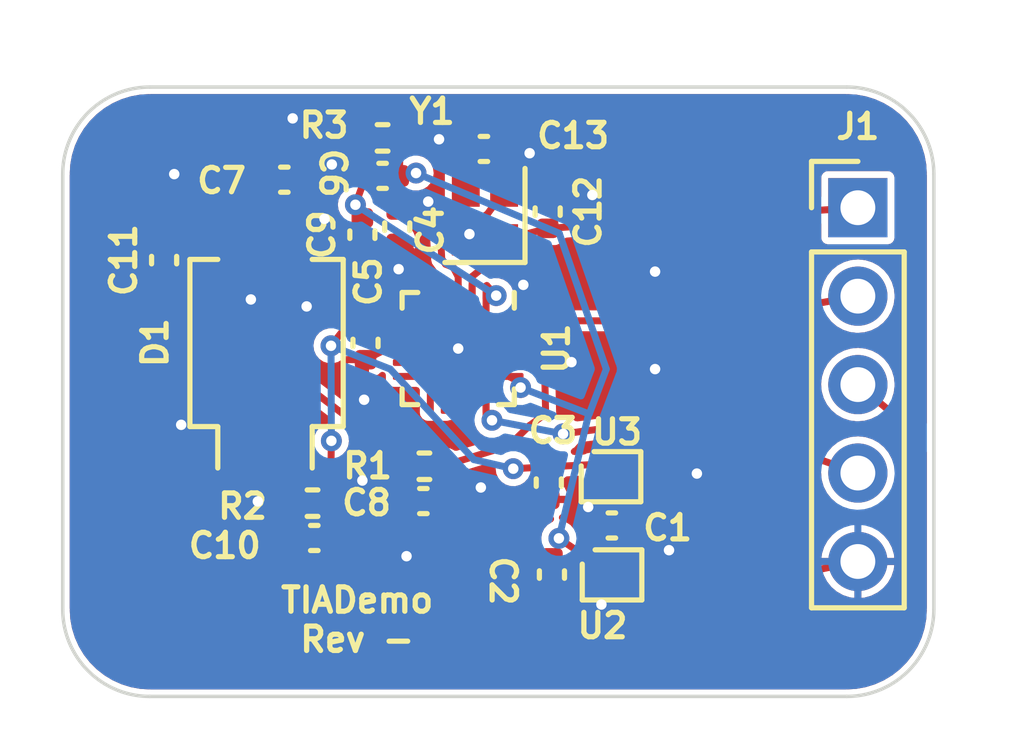
<source format=kicad_pcb>
(kicad_pcb (version 20211014) (generator pcbnew)
  (layers (0 "F.Cu" signal) (31 "B.Cu" signal) (34 "B.Paste" user) (35 "F.Paste" user) (36 "B.SilkS" user "B.Silkscreen") (37 "F.SilkS" user "F.Silkscreen") (38 "B.Mask" user) (39 "F.Mask" user) (44 "Edge.Cuts" user))
  (net 0 "")
  (net 1 "VMID")
  (net 2 "GND")
  (net 3 "+2V8")
  (net 4 "+3V3")
  (net 5 "OPO")
  (net 6 "OPN")
  (net 7 "UTX")
  (net 8 "OSCI")
  (net 9 "SWIO")
  (net 10 "OPP")
  (net 19 "VBA")
  (net 21 "OSCO")
  (footprint "Connector_PinHeader_2.54mm:PinHeader_1x05_P2.54mm_Vertical" (layer "F.Cu") (at 132.82 65.965)
    (fp_text reference "J1" (at 0 -2.33 unlocked) (layer "F.SilkS") (effects (font (size 0.7 0.7))))
    (fp_text value "PGM")
    (fp_line (start -1.33 1.27) (end -1.33 11.49) (layer "F.SilkS") (width 0.15))
    (fp_line (start 1.33 1.27) (end 1.33 11.49) (layer "F.SilkS") (width 0.15))
    (fp_line (start -1.33 11.49) (end 1.33 11.49) (layer "F.SilkS") (width 0.15))
    (fp_line (start -1.33 -1.33) (end 0 -1.33) (layer "F.SilkS") (width 0.15))
    (fp_line (start -1.33 1.27) (end 1.33 1.27) (layer "F.SilkS") (width 0.15))
    (fp_line (start -1.33 0) (end -1.33 -1.33) (layer "F.SilkS") (width 0.15))
    (pad "1" thru_hole rect (at 0 0) (size 1.7 1.7) (drill 1) (layers *.Cu *.Mask) (net 8 "OSCI"))
    (pad "2" thru_hole oval (at 0 2.54) (size 1.7 1.7) (drill 1) (layers *.Cu *.Mask) (net 7 "UTX"))
    (pad "3" thru_hole oval (at 0 5.08) (size 1.7 1.7) (drill 1) (layers *.Cu *.Mask) (net 1 "VMID"))
    (pad "4" thru_hole oval (at 0 7.62) (size 1.7 1.7) (drill 1) (layers *.Cu *.Mask) (net 9 "SWIO"))
    (pad "5" thru_hole oval (at 0 10.16) (size 1.7 1.7) (drill 1) (layers *.Cu *.Mask) (net 2 "GND"))
  )
  (footprint "Capacitor_SMD:C_0402_1005Metric" (layer "F.Cu") (at 120.35 74.39 180)
    (fp_text reference "C8" (at 1.63 -0.05 unlocked) (layer "F.SilkS") (effects (font (size 0.7 0.7))))
    (fp_text value "10p")
    (fp_line (start -0.107836 -0.36) (end 0.107836 -0.36) (layer "F.SilkS") (width 0.15))
    (fp_line (start -0.107836 0.36) (end 0.107836 0.36) (layer "F.SilkS") (width 0.15))
    (pad "1" smd roundrect (at -0.48 0 180) (size 0.56 0.62) (layers "F.Cu" "F.Paste" "F.Mask") (net 5 "OPO"))
    (pad "2" smd roundrect (at 0.48 0 180) (size 0.56 0.62) (layers "F.Cu" "F.Paste" "F.Mask") (net 6 "OPN"))
  )
  (footprint "Capacitor_SMD:C_0402_1005Metric" (layer "F.Cu") (at 117.22 75.45)
    (fp_text reference "C10" (at -2.57 0.22 unlocked) (layer "F.SilkS") (effects (font (size 0.7 0.7))))
    (fp_text value "NP")
    (fp_line (start -0.107836 0.36) (end 0.107836 0.36) (layer "F.SilkS") (width 0.15))
    (fp_line (start -0.107836 -0.36) (end 0.107836 -0.36) (layer "F.SilkS") (width 0.15))
    (pad "1" smd roundrect (at -0.48 0) (size 0.56 0.62) (layers "F.Cu" "F.Paste" "F.Mask") (net 19 "VBA"))
    (pad "2" smd roundrect (at 0.48 0) (size 0.56 0.62) (layers "F.Cu" "F.Paste" "F.Mask") (net 2 "GND"))
  )
  (footprint "Capacitor_SMD:C_0402_1005Metric" (layer "F.Cu") (at 112.91 67.47 90)
    (fp_text reference "C11" (at 0 -1.16 90 unlocked) (layer "F.SilkS") (effects (font (size 0.7 0.7))))
    (fp_text value "330p")
    (fp_line (start -0.107836 -0.36) (end 0.107836 -0.36) (layer "F.SilkS") (width 0.15))
    (fp_line (start -0.107836 0.36) (end 0.107836 0.36) (layer "F.SilkS") (width 0.15))
    (pad "1" smd roundrect (at -0.48 0 90) (size 0.56 0.62) (layers "F.Cu" "F.Paste" "F.Mask") (net 19 "VBA"))
    (pad "2" smd roundrect (at 0.48 0 90) (size 0.56 0.62) (layers "F.Cu" "F.Paste" "F.Mask") (net 10 "OPP"))
  )
  (footprint "Capacitor_SMD:C_0402_1005Metric" (layer "F.Cu") (at 125.76 75.09 180)
    (fp_text reference "C1" (at -1.6 -0.07 unlocked) (layer "F.SilkS") (effects (font (size 0.7 0.7))))
    (fp_text value "4.7uF")
    (fp_line (start -0.107836 0.36) (end 0.107836 0.36) (layer "F.SilkS") (width 0.15))
    (fp_line (start -0.107836 -0.36) (end 0.107836 -0.36) (layer "F.SilkS") (width 0.15))
    (pad "1" smd roundrect (at -0.48 0 180) (size 0.56 0.62) (layers "F.Cu" "F.Paste" "F.Mask") (net 1 "VMID"))
    (pad "2" smd roundrect (at 0.48 0 180) (size 0.56 0.62) (layers "F.Cu" "F.Paste" "F.Mask") (net 2 "GND"))
  )
  (footprint "Crystal:Crystal_SMD_2016-4Pin_2.0x1.6mm" (layer "F.Cu") (at 122.117742 66.187742 90)
    (fp_text reference "Y1" (at 2.987742 -1.517742 unlocked) (layer "F.SilkS") (effects (font (size 0.7 0.7))))
    (fp_text value "24MHz")
    (fp_line (start -1.35 1.15) (end 1.35 1.15) (layer "F.SilkS") (width 0.15))
    (fp_line (start -1.35 -1.15) (end -1.35 1.15) (layer "F.SilkS") (width 0.15))
    (pad "1" smd rect (at -0.7 0.55 90) (size 0.9 0.8) (layers "F.Cu" "F.Paste" "F.Mask") (net 8 "OSCI"))
    (pad "2" smd rect (at 0.7 0.55 90) (size 0.9 0.8) (layers "F.Cu" "F.Paste" "F.Mask") (net 2 "GND"))
    (pad "3" smd rect (at 0.7 -0.55 90) (size 0.9 0.8) (layers "F.Cu" "F.Paste" "F.Mask") (net 21 "OSCO"))
    (pad "4" smd rect (at -0.7 -0.55 90) (size 0.9 0.8) (layers "F.Cu" "F.Paste" "F.Mask") (net 2 "GND"))
  )
  (footprint "Package_DFN_QFN:QFN-20-1EP_3x3mm_P0.4mm_EP1.65x1.65mm" (layer "F.Cu") (at 121.35 70.01 -90)
    (fp_text reference "U1" (at 0 -2.82 90 unlocked) (layer "F.SilkS") (effects (font (size 0.7 0.7))))
    (fp_text value "CH32V003F4U6")
    (fp_line (start -1.16 1.61) (end -1.61 1.61) (layer "F.SilkS") (width 0.15))
    (fp_line (start 1.16 1.61) (end 1.61 1.61) (layer "F.SilkS") (width 0.15))
    (fp_line (start -1.16 -1.61) (end -1.61 -1.61) (layer "F.SilkS") (width 0.15))
    (fp_line (start -1.61 1.61) (end -1.61 1.16) (layer "F.SilkS") (width 0.15))
    (fp_line (start 1.61 -1.61) (end 1.61 -1.16) (layer "F.SilkS") (width 0.15))
    (fp_line (start 1.61 1.61) (end 1.61 1.16) (layer "F.SilkS") (width 0.15))
    (fp_line (start 1.16 -1.61) (end 1.61 -1.61) (layer "F.SilkS") (width 0.15))
    (pad "1" smd roundrect (at -1.45 -0.8 270) (size 0.85 0.2) (layers "F.Cu" "F.Paste" "F.Mask") (net 10 "OPP"))
    (pad "2" smd roundrect (at -1.45 -0.4 270) (size 0.85 0.2) (layers "F.Cu" "F.Paste" "F.Mask") (net 8 "OSCI"))
    (pad "3" smd roundrect (at -1.45 0 270) (size 0.85 0.2) (layers "F.Cu" "F.Paste" "F.Mask") (net 21 "OSCO"))
    (pad "4" smd roundrect (at -1.45 0.4 270) (size 0.85 0.2) (layers "F.Cu" "F.Paste" "F.Mask") (net 2 "GND"))
    (pad "5" smd roundrect (at -1.45 0.8 270) (size 0.85 0.2) (layers "F.Cu" "F.Paste" "F.Mask") (net 6 "OPN"))
    (pad "6" smd roundrect (at -0.8 1.45 270) (size 0.2 0.85) (layers "F.Cu" "F.Paste" "F.Mask") (net 4 "+3V3"))
    (pad "7" smd roundrect (at -0.4 1.45 270) (size 0.2 0.85) (layers "F.Cu" "F.Paste" "F.Mask"))
    (pad "8" smd roundrect (at 0 1.45 270) (size 0.2 0.85) (layers "F.Cu" "F.Paste" "F.Mask") (net 2 "GND"))
    (pad "9" smd roundrect (at 0.4 1.45 270) (size 0.2 0.85) (layers "F.Cu" "F.Paste" "F.Mask"))
    (pad "10" smd roundrect (at 0.8 1.45 270) (size 0.2 0.85) (layers "F.Cu" "F.Paste" "F.Mask"))
    (pad "11" smd roundrect (at 1.45 0.8 270) (size 0.85 0.2) (layers "F.Cu" "F.Paste" "F.Mask"))
    (pad "12" smd roundrect (at 1.45 0.4 270) (size 0.85 0.2) (layers "F.Cu" "F.Paste" "F.Mask"))
    (pad "13" smd roundrect (at 1.45 0 270) (size 0.85 0.2) (layers "F.Cu" "F.Paste" "F.Mask"))
    (pad "14" smd roundrect (at 1.45 -0.4 270) (size 0.85 0.2) (layers "F.Cu" "F.Paste" "F.Mask"))
    (pad "15" smd roundrect (at 1.45 -0.8 270) (size 0.85 0.2) (layers "F.Cu" "F.Paste" "F.Mask") (net 9 "SWIO"))
    (pad "16" smd roundrect (at 0.8 -1.45 270) (size 0.2 0.85) (layers "F.Cu" "F.Paste" "F.Mask") (net 3 "+2V8"))
    (pad "17" smd roundrect (at 0.4 -1.45 270) (size 0.2 0.85) (layers "F.Cu" "F.Paste" "F.Mask"))
    (pad "18" smd roundrect (at 0 -1.45 270) (size 0.2 0.85) (layers "F.Cu" "F.Paste" "F.Mask") (net 5 "OPO"))
    (pad "19" smd roundrect (at -0.4 -1.45 270) (size 0.2 0.85) (layers "F.Cu" "F.Paste" "F.Mask"))
    (pad "20" smd roundrect (at -0.8 -1.45 270) (size 0.2 0.85) (layers "F.Cu" "F.Paste" "F.Mask") (net 7 "UTX"))
    (pad "21" smd rect (at 0 0 270) (size 1.65 1.65) (layers "F.Cu" "F.Mask") (net 2 "GND"))
  )
  (footprint "Capacitor_SMD:C_0402_1005Metric" (layer "F.Cu") (at 123.95 73.86 -90)
    (fp_text reference "C3" (at -1.49 -0.12 unlocked) (layer "F.SilkS") (effects (font (size 0.7 0.7))))
    (fp_text value "4.7uF")
    (fp_line (start -0.107836 0.36) (end 0.107836 0.36) (layer "F.SilkS") (width 0.15))
    (fp_line (start -0.107836 -0.36) (end 0.107836 -0.36) (layer "F.SilkS") (width 0.15))
    (pad "1" smd roundrect (at -0.48 0 270) (size 0.56 0.62) (layers "F.Cu" "F.Paste" "F.Mask") (net 4 "+3V3"))
    (pad "2" smd roundrect (at 0.48 0 270) (size 0.56 0.62) (layers "F.Cu" "F.Paste" "F.Mask") (net 2 "GND"))
  )
  (footprint "cnhardware:xdfn-reg" (layer "F.Cu") (at 125.73 73.69 -90)
    (fp_text reference "U3" (at -1.28 -0.18 unlocked) (layer "F.SilkS") (effects (font (size 0.7 0.7))))
    (fp_text value "3.3")
    (fp_line (start 0.72 -0.86) (end -0.72 -0.86) (layer "F.SilkS") (width 0.15))
    (fp_line (start 0.72 0.85) (end 0.72 -0.86) (layer "F.SilkS") (width 0.15))
    (fp_line (start 0.72 0.85) (end -0.31 0.85) (layer "F.SilkS") (width 0.15))
    (fp_line (start -0.72 -0.86) (end -0.72 0.48) (layer "F.SilkS") (width 0.15))
    (pad "1" smd custom (at -0.35 0.5 270) (size 0.26 0.23) (layers "F.Cu" "F.Paste" "F.Mask") (net 4 "+3V3") (options (clearance outline) (anchor rect)) (primitives (gr_poly (pts (xy 0.13 -0.115) (xy -0.13 -0.115) (xy -0.13 -0.275) (xy -0.03 -0.275)) (width 0) (fill yes))))
    (pad "2" smd custom (at 0.35 0.5 270) (size 0.26 0.23) (layers "F.Cu" "F.Paste" "F.Mask") (net 2 "GND") (options (clearance outline) (anchor rect)) (primitives (gr_poly (pts (xy 0.13 -0.115) (xy -0.13 -0.115) (xy 0.03 -0.275) (xy 0.13 -0.275)) (width 0) (fill yes))))
    (pad "3" smd custom (at 0.35 -0.5 90) (size 0.26 0.23) (layers "F.Cu" "F.Paste" "F.Mask") (net 1 "VMID") (options (clearance outline) (anchor rect)) (primitives (gr_poly (pts (xy 0.13 -0.115) (xy -0.13 -0.115) (xy -0.13 -0.275) (xy -0.03 -0.275)) (width 0) (fill yes))))
    (pad "4" smd custom (at -0.35 -0.5 90) (size 0.26 0.23) (layers "F.Cu" "F.Paste" "F.Mask") (net 1 "VMID") (options (clearance outline) (anchor rect)) (primitives (gr_poly (pts (xy 0.13 -0.115) (xy -0.13 -0.115) (xy 0.03 -0.275) (xy 0.13 -0.275)) (width 0) (fill yes))))
    (pad "5" smd rect (at 0 0 135) (size 0.48 0.48) (layers "F.Cu" "F.Paste" "F.Mask") (net 2 "GND"))
  )
  (footprint "Capacitor_SMD:C_0402_1005Metric" (layer "F.Cu") (at 116.36 65.16 180)
    (fp_text reference "C7" (at 1.8 -0.03 unlocked) (layer "F.SilkS") (effects (font (size 0.7 0.7))))
    (fp_text value "NP")
    (fp_line (start -0.107836 -0.36) (end 0.107836 -0.36) (layer "F.SilkS") (width 0.15))
    (fp_line (start -0.107836 0.36) (end 0.107836 0.36) (layer "F.SilkS") (width 0.15))
    (pad "1" smd roundrect (at -0.48 0 180) (size 0.56 0.62) (layers "F.Cu" "F.Paste" "F.Mask") (net 6 "OPN"))
    (pad "2" smd roundrect (at 0.48 0 180) (size 0.56 0.62) (layers "F.Cu" "F.Paste" "F.Mask") (net 10 "OPP"))
  )
  (footprint "cnhardware:xdfn-reg" (layer "F.Cu") (at 125.76 76.51 -90)
    (fp_text reference "U2" (at 1.46 0.27 unlocked) (layer "F.SilkS") (effects (font (size 0.7 0.7))))
    (fp_text value "2.8")
    (fp_line (start -0.72 -0.86) (end -0.72 0.48) (layer "F.SilkS") (width 0.15))
    (fp_line (start 0.72 -0.86) (end -0.72 -0.86) (layer "F.SilkS") (width 0.15))
    (fp_line (start 0.72 0.85) (end 0.72 -0.86) (layer "F.SilkS") (width 0.15))
    (fp_line (start 0.72 0.85) (end -0.31 0.85) (layer "F.SilkS") (width 0.15))
    (pad "1" smd custom (at -0.35 0.5 270) (size 0.26 0.23) (layers "F.Cu" "F.Paste" "F.Mask") (net 3 "+2V8") (options (clearance outline) (anchor rect)) (primitives (gr_poly (pts (xy 0.13 -0.115) (xy -0.13 -0.115) (xy -0.13 -0.275) (xy -0.03 -0.275)) (width 0) (fill yes))))
    (pad "2" smd custom (at 0.35 0.5 270) (size 0.26 0.23) (layers "F.Cu" "F.Paste" "F.Mask") (net 2 "GND") (options (clearance outline) (anchor rect)) (primitives (gr_poly (pts (xy 0.13 -0.115) (xy -0.13 -0.115) (xy 0.03 -0.275) (xy 0.13 -0.275)) (width 0) (fill yes))))
    (pad "3" smd custom (at 0.35 -0.5 90) (size 0.26 0.23) (layers "F.Cu" "F.Paste" "F.Mask") (net 1 "VMID") (options (clearance outline) (anchor rect)) (primitives (gr_poly (pts (xy 0.13 -0.115) (xy -0.13 -0.115) (xy -0.13 -0.275) (xy -0.03 -0.275)) (width 0) (fill yes))))
    (pad "4" smd custom (at -0.35 -0.5 90) (size 0.26 0.23) (layers "F.Cu" "F.Paste" "F.Mask") (net 1 "VMID") (options (clearance outline) (anchor rect)) (primitives (gr_poly (pts (xy 0.13 -0.115) (xy -0.13 -0.115) (xy 0.03 -0.275) (xy 0.13 -0.275)) (width 0) (fill yes))))
    (pad "5" smd rect (at 0 0 135) (size 0.48 0.48) (layers "F.Cu" "F.Paste" "F.Mask") (net 2 "GND"))
  )
  (footprint "Capacitor_SMD:C_0402_1005Metric" (layer "F.Cu") (at 124.04 76.5 -90)
    (fp_text reference "C2" (at 0.18 1.4 -90 unlocked) (layer "F.SilkS") (effects (font (size 0.7 0.7))))
    (fp_text value "4.7uF")
    (fp_line (start -0.107836 0.36) (end 0.107836 0.36) (layer "F.SilkS") (width 0.15))
    (fp_line (start -0.107836 -0.36) (end 0.107836 -0.36) (layer "F.SilkS") (width 0.15))
    (pad "1" smd roundrect (at -0.48 0 270) (size 0.56 0.62) (layers "F.Cu" "F.Paste" "F.Mask") (net 3 "+2V8"))
    (pad "2" smd roundrect (at 0.48 0 270) (size 0.56 0.62) (layers "F.Cu" "F.Paste" "F.Mask") (net 2 "GND"))
  )
  (footprint "OptoDevice:Osram_BPW34S-SMD" (layer "F.Cu") (at 115.85 69.85 90)
    (fp_text reference "D1" (at 0.01 -3.2 90 unlocked) (layer "F.SilkS") (effects (font (size 0.7 0.7))))
    (fp_text value "BPW34")
    (fp_line (start 2.4 2.2) (end 2.4 1.31) (layer "F.SilkS") (width 0.15))
    (fp_line (start -2.4 2.2) (end 2.4 2.2) (layer "F.SilkS") (width 0.15))
    (fp_line (start 2.4 -2.2) (end -2.4 -2.2) (layer "F.SilkS") (width 0.15))
    (fp_line (start -2.41 -1.4) (end -3.59 -1.4) (layer "F.SilkS") (width 0.15))
    (fp_line (start -2.4 -2.2) (end -2.4 -1.4) (layer "F.SilkS") (width 0.15))
    (fp_line (start -3.59 1.31) (end -2.4 1.31) (layer "F.SilkS") (width 0.15))
    (fp_line (start -2.4 1.31) (end -2.4 2.2) (layer "F.SilkS") (width 0.15))
    (fp_line (start 2.4 -1.4) (end 2.4 -2.2) (layer "F.SilkS") (width 0.15))
    (pad "1" smd roundrect (at -3.05 0 270) (size 1.4 2) (layers "F.Cu" "F.Mask") (roundrect_rratio 0.125) (net 19 "VBA"))
    (pad "2" smd roundrect (at 3.05 0 270) (size 1.4 1.2) (layers "F.Cu" "F.Mask") (roundrect_rratio 0.125) (net 6 "OPN"))
  )
  (footprint "Resistor_SMD:R_0402_1005Metric" (layer "F.Cu") (at 120.38 73.39 180)
    (fp_text reference "R1" (at 1.63 0.01 unlocked) (layer "F.SilkS") (effects (font (size 0.7 0.7))))
    (fp_text value "1M")
    (fp_line (start -0.153641 0.38) (end 0.153641 0.38) (layer "F.SilkS") (width 0.15))
    (fp_line (start -0.153641 -0.38) (end 0.153641 -0.38) (layer "F.SilkS") (width 0.15))
    (pad "1" smd roundrect (at -0.51 0 180) (size 0.54 0.64) (layers "F.Cu" "F.Paste" "F.Mask") (net 5 "OPO"))
    (pad "2" smd roundrect (at 0.51 0 180) (size 0.54 0.64) (layers "F.Cu" "F.Paste" "F.Mask") (net 6 "OPN"))
  )
  (footprint "Capacitor_SMD:C_0402_1005Metric" (layer "F.Cu") (at 119.6 66.51 90)
    (fp_text reference "C4" (at -0.1 0.95 90 unlocked) (layer "F.SilkS") (effects (font (size 0.7 0.7))))
    (fp_text value "330pF")
    (fp_line (start -0.107836 0.36) (end 0.107836 0.36) (layer "F.SilkS") (width 0.15))
    (fp_line (start -0.107836 -0.36) (end 0.107836 -0.36) (layer "F.SilkS") (width 0.15))
    (pad "1" smd roundrect (at -0.48 0 90) (size 0.56 0.62) (layers "F.Cu" "F.Paste" "F.Mask") (net 2 "GND"))
    (pad "2" smd roundrect (at 0.48 0 90) (size 0.56 0.62) (layers "F.Cu" "F.Paste" "F.Mask") (net 3 "+2V8"))
  )
  (footprint "Capacitor_SMD:C_0402_1005Metric" (layer "F.Cu") (at 122.087742 64.277742 180)
    (fp_text reference "C13" (at -2.56 0.38 unlocked) (layer "F.SilkS") (effects (font (size 0.7 0.7))))
    (fp_text value "10p")
    (fp_line (start -0.107836 0.36) (end 0.107836 0.36) (layer "F.SilkS") (width 0.15))
    (fp_line (start -0.107836 -0.36) (end 0.107836 -0.36) (layer "F.SilkS") (width 0.15))
    (pad "1" smd roundrect (at -0.48 0 180) (size 0.56 0.62) (layers "F.Cu" "F.Paste" "F.Mask") (net 2 "GND"))
    (pad "2" smd roundrect (at 0.48 0 180) (size 0.56 0.62) (layers "F.Cu" "F.Paste" "F.Mask") (net 21 "OSCO"))
  )
  (footprint "Capacitor_SMD:C_0402_1005Metric" (layer "F.Cu") (at 118.6 66.74 90)
    (fp_text reference "C9" (at 0 -1.16 90 unlocked) (layer "F.SilkS") (effects (font (size 0.7 0.7))))
    (fp_text value "330p")
    (fp_line (start -0.107836 -0.36) (end 0.107836 -0.36) (layer "F.SilkS") (width 0.15))
    (fp_line (start -0.107836 0.36) (end 0.107836 0.36) (layer "F.SilkS") (width 0.15))
    (pad "1" smd roundrect (at -0.48 0 90) (size 0.56 0.62) (layers "F.Cu" "F.Paste" "F.Mask") (net 2 "GND"))
    (pad "2" smd roundrect (at 0.48 0 90) (size 0.56 0.62) (layers "F.Cu" "F.Paste" "F.Mask") (net 10 "OPP"))
  )
  (footprint "Resistor_SMD:R_0402_1005Metric" (layer "F.Cu") (at 117.17 74.45)
    (fp_text reference "R2" (at -2.01 0.09 unlocked) (layer "F.SilkS") (effects (font (size 0.7 0.7))))
    (fp_text value "22")
    (fp_line (start -0.153641 0.38) (end 0.153641 0.38) (layer "F.SilkS") (width 0.15))
    (fp_line (start -0.153641 -0.38) (end 0.153641 -0.38) (layer "F.SilkS") (width 0.15))
    (pad "1" smd roundrect (at -0.51 0) (size 0.54 0.64) (layers "F.Cu" "F.Paste" "F.Mask") (net 19 "VBA"))
    (pad "2" smd roundrect (at 0.51 0) (size 0.54 0.64) (layers "F.Cu" "F.Paste" "F.Mask") (net 4 "+3V3"))
  )
  (footprint "Capacitor_SMD:C_0402_1005Metric" (layer "F.Cu") (at 118.69 69.85 90)
    (fp_text reference "C5" (at 1.76 0.08 90 unlocked) (layer "F.SilkS") (effects (font (size 0.7 0.7))))
    (fp_text value "330pF")
    (fp_line (start -0.107836 -0.36) (end 0.107836 -0.36) (layer "F.SilkS") (width 0.15))
    (fp_line (start -0.107836 0.36) (end 0.107836 0.36) (layer "F.SilkS") (width 0.15))
    (pad "1" smd roundrect (at -0.48 0 90) (size 0.56 0.62) (layers "F.Cu" "F.Paste" "F.Mask") (net 2 "GND"))
    (pad "2" smd roundrect (at 0.48 0 90) (size 0.56 0.62) (layers "F.Cu" "F.Paste" "F.Mask") (net 4 "+3V3"))
  )
  (footprint "Capacitor_SMD:C_0402_1005Metric" (layer "F.Cu") (at 119.18 65.05 180)
    (fp_text reference "C6" (at 1.43 0.08 270 unlocked) (layer "F.SilkS") (effects (font (size 0.7 0.7))))
    (fp_text value "NP")
    (fp_line (start -0.107836 0.36) (end 0.107836 0.36) (layer "F.SilkS") (width 0.15))
    (fp_line (start -0.107836 -0.36) (end 0.107836 -0.36) (layer "F.SilkS") (width 0.15))
    (pad "1" smd roundrect (at -0.48 0 180) (size 0.56 0.62) (layers "F.Cu" "F.Paste" "F.Mask") (net 3 "+2V8"))
    (pad "2" smd roundrect (at 0.48 0 180) (size 0.56 0.62) (layers "F.Cu" "F.Paste" "F.Mask") (net 10 "OPP"))
  )
  (footprint "Capacitor_SMD:C_0402_1005Metric" (layer "F.Cu") (at 123.917742 66.077742 -90)
    (fp_text reference "C12" (at 0 -1.16 90 unlocked) (layer "F.SilkS") (effects (font (size 0.7 0.7))))
    (fp_text value "10p")
    (fp_line (start -0.107836 0.36) (end 0.107836 0.36) (layer "F.SilkS") (width 0.15))
    (fp_line (start -0.107836 -0.36) (end 0.107836 -0.36) (layer "F.SilkS") (width 0.15))
    (pad "1" smd roundrect (at -0.48 0 270) (size 0.56 0.62) (layers "F.Cu" "F.Paste" "F.Mask") (net 2 "GND"))
    (pad "2" smd roundrect (at 0.48 0 270) (size 0.56 0.62) (layers "F.Cu" "F.Paste" "F.Mask") (net 8 "OSCI"))
  )
  (footprint "Resistor_SMD:R_0402_1005Metric" (layer "F.Cu") (at 119.18 63.96)
    (fp_text reference "R3" (at -1.68 -0.36 unlocked) (layer "F.SilkS") (effects (font (size 0.7 0.7))))
    (fp_text value "22")
    (fp_line (start -0.153641 0.38) (end 0.153641 0.38) (layer "F.SilkS") (width 0.15))
    (fp_line (start -0.153641 -0.38) (end 0.153641 -0.38) (layer "F.SilkS") (width 0.15))
    (pad "1" smd roundrect (at -0.51 0) (size 0.54 0.64) (layers "F.Cu" "F.Paste" "F.Mask") (net 10 "OPP"))
    (pad "2" smd roundrect (at 0.51 0) (size 0.54 0.64) (layers "F.Cu" "F.Paste" "F.Mask") (net 3 "+2V8"))
  )
  (gr_arc (start 132.5 62.5) (mid 134.267767 63.232233) (end 135 65) (layer "Edge.Cuts") (width 0.1))
  (gr_arc (start 110 65) (mid 110.732233 63.232233) (end 112.5 62.5) (layer "Edge.Cuts") (width 0.1))
  (gr_line (start 132.5 62.5) (end 112.5 62.5) (layer "Edge.Cuts") (width 0.1))
  (gr_line (start 112.5 80) (end 132.5 80) (layer "Edge.Cuts") (width 0.1))
  (gr_line (start 110 65) (end 110 77.5) (layer "Edge.Cuts") (width 0.1))
  (gr_line (start 135 65) (end 135 77.5) (layer "Edge.Cuts") (width 0.1))
  (gr_arc (start 135 77.5) (mid 134.267767 79.267767) (end 132.5 80) (layer "Edge.Cuts") (width 0.1))
  (gr_arc (start 112.5 80) (mid 110.732233 79.267767) (end 110 77.5) (layer "Edge.Cuts") (width 0.1))
  (gr_text "TIADemo\nRev -" (at 118.45 77.8) (layer "F.SilkS") (effects (font (size 0.7 0.7))))
  (segment (start 126.43 75.9) (end 126.23 76.06) (width 0.2) (layer "F.Cu") (net 1))
  (segment (start 126.26 76.86) (end 126.4 76.73) (width 0.2) (layer "F.Cu") (net 1))
  (segment (start 126.44 74.07) (end 126.25 74.08) (width 0.2) (layer "F.Cu") (net 1))
  (segment (start 126.43 75.9) (end 126.45 76.53) (width 0.2) (layer "F.Cu") (net 1))
  (segment (start 126.45 73.54) (end 126.5 73.85) (width 0.2) (layer "F.Cu") (net 1))
  (segment (start 126.45 76.53) (end 126.4 76.73) (width 0.2) (layer "F.Cu") (net 1))
  (segment (start 126.44 74.07) (end 126.43 75.9) (width 0.2) (layer "F.Cu") (net 1))
  (segment (start 134.33 72.3) (end 134.24 74.43) (width 0.2) (layer "F.Cu") (net 1))
  (segment (start 133.56 74.82) (end 126.24 75.09) (width 0.2) (layer "F.Cu") (net 1))
  (segment (start 126.25 73.38) (end 126.45 73.54) (width 0.2) (layer "F.Cu") (net 1))
  (segment (start 134.24 74.43) (end 133.56 74.82) (width 0.2) (layer "F.Cu") (net 1))
  (segment (start 126.5 73.85) (end 126.44 74.07) (width 0.2) (layer "F.Cu") (net 1))
  (segment (start 132.82 71.045) (end 134.33 72.3) (width 0.2) (layer "F.Cu") (net 1))
  (segment (start 120.57 67.75) (end 120.93 68.02) (width 0.2) (layer "F.Cu") (net 2))
  (segment (start 126.88 77.35) (end 125.18 77.22) (width 0.2) (layer "F.Cu") (net 2))
  (segment (start 132.82 76.125) (end 126.88 77.35) (width 0.2) (layer "F.Cu") (net 2))
  (segment (start 125.26 76.86) (end 125.76 76.51) (width 0.2) (layer "F.Cu") (net 2))
  (segment (start 121.927742 66.317742) (end 121.672258 66.722258) (width 0.2) (layer "F.Cu") (net 2))
  (segment (start 120.51 70) (end 121.35 70.01) (width 0.2) (layer "F.Cu") (net 2))
  (segment (start 121.35 70.01) (end 120.96 69.05) (width 0.2) (layer "F.Cu") (net 2))
  (segment (start 125.245 74.355) (end 125.28 75.09) (width 0.2) (layer "F.Cu") (net 2))
  (segment (start 119.867039 75.972961) (end 124.04 76.98) (width 0.2) (layer "F.Cu") (net 2))
  (segment (start 122.187742 66.147742) (end 121.927742 66.317742) (width 0.2) (layer "F.Cu") (net 2))
  (segment (start 123.95 74.34) (end 125.245 74.355) (width 0.2) (layer "F.Cu") (net 2))
  (segment (start 125.245 74.355) (end 125.08 74.56) (width 0.2) (layer "F.Cu") (net 2))
  (segment (start 119.64 67.73) (end 119.81 66.99) (width 0.2) (layer "F.Cu") (net 2))
  (segment (start 125.18 77.22) (end 125.46 77.36) (width 0.2) (layer "F.Cu") (net 2))
  (segment (start 123.917742 65.597742) (end 122.667742 65.487742) (width 0.2) (layer "F.Cu") (net 2))
  (segment (start 119.9 70.01) (end 119.29 70.02) (width 0.2) (layer "F.Cu") (net 2))
  (segment (start 125.26 76.86) (end 124.04 76.98) (width 0.2) (layer "F.Cu") (net 2))
  (segment (start 119.9 70.01) (end 120.51 70) (width 0.2) (layer "F.Cu") (net 2))
  (segment (start 125.23 74.04) (end 125.245 74.355) (width 0.2) (layer "F.Cu") (net 2))
  (segment (start 120.96 69.05) (end 120.95 68.56) (width 0.2) (layer "F.Cu") (net 2))
  (segment (start 120.93 68.02) (end 120.95 68.56) (width 0.2) (layer "F.Cu") (net 2))
  (segment (start 119.29 70.02) (end 118.69 70.33) (width 0.2) (layer "F.Cu") (net 2))
  (segment (start 122.667742 65.487742) (end 122.187742 66.147742) (width 0.2) (layer "F.Cu") (net 2))
  (segment (start 118.6 67.22) (end 119.64 67.73) (width 0.2) (layer "F.Cu") (net 2))
  (segment (start 118.69 70.33) (end 118.65 71.48) (width 0.2) (layer "F.Cu") (net 2))
  (segment (start 125.46 77.36) (end 125.26 76.86) (width 0.2) (layer "F.Cu") (net 2))
  (segment (start 122.607742 65.517742) (end 122.567742 64.277742) (width 0.2) (layer "F.Cu") (net 2))
  (segment (start 121.567742 66.887742) (end 121.672258 66.722258) (width 0.2) (layer "F.Cu") (net 2))
  (segment (start 119.81 66.99) (end 120.57 67.75) (width 0.2) (layer "F.Cu") (net 2))
  (segment (start 125.23 74.04) (end 125.73 73.69) (width 0.2) (layer "F.Cu") (net 2))
  (segment (start 117.7 75.45) (end 119.867039 75.972961) (width 0.2) (layer "F.Cu") (net 2))
  (via (at 121.672258 66.722258) (size 0.6) (drill 0.3) (layers "F.Cu" "B.Cu") (net 2))
  (via (at 118.6 73.8) (size 0.6) (drill 0.3) (layers "F.Cu" "B.Cu") (net 2))
  (via (at 127 67.8) (size 0.6) (drill 0.3) (layers "F.Cu" "B.Cu") (net 2))
  (via (at 118.65 71.48) (size 0.6) (drill 0.3) (layers "F.Cu" "B.Cu") (net 2))
  (via (at 117 68.8) (size 0.6) (drill 0.3) (layers "F.Cu" "B.Cu") (net 2))
  (via (at 123.4 64.4) (size 0.6) (drill 0.3) (layers "F.Cu" "B.Cu") (net 2))
  (via (at 128.2 73.6) (size 0.6) (drill 0.3) (layers "F.Cu" "B.Cu") (net 2))
  (via (at 122 74) (size 0.6) (drill 0.3) (layers "F.Cu" "B.Cu") (net 2))
  (via (at 120.8 64) (size 0.6) (drill 0.3) (layers "F.Cu" "B.Cu") (net 2))
  (via (at 119.867039 75.972961) (size 0.6) (drill 0.3) (layers "F.Cu" "B.Cu") (net 2))
  (via (at 125.46 77.36) (size 0.6) (drill 0.3) (layers "F.Cu" "B.Cu") (net 2))
  (via (at 113.2 65) (size 0.6) (drill 0.3) (layers "F.Cu" "B.Cu") (net 2))
  (via (at 125.2 65.6) (size 0.6) (drill 0.3) (layers "F.Cu" "B.Cu") (net 2))
  (via (at 127 70.6) (size 0.6) (drill 0.3) (layers "F.Cu" "B.Cu") (net 2))
  (via (at 127.4 75.8) (size 0.6) (drill 0.3) (layers "F.Cu" "B.Cu") (net 2))
  (via (at 115.6 74.4) (size 0.6) (drill 0.3) (layers "F.Cu" "B.Cu") (net 2))
  (via (at 117.723359 64.723359) (size 0.6) (drill 0.3) (layers "F.Cu" "B.Cu") (net 2))
  (via (at 125.08 74.56) (size 0.6) (drill 0.3) (layers "F.Cu" "B.Cu") (net 2))
  (via (at 115.4 68.6) (size 0.6) (drill 0.3) (layers "F.Cu" "B.Cu") (net 2))
  (via (at 113.4 72.2) (size 0.6) (drill 0.3) (layers "F.Cu" "B.Cu") (net 2))
  (via (at 120.49 65.79) (size 0.6) (drill 0.3) (layers "F.Cu" "B.Cu") (net 2))
  (via (at 117.514731 66.285269) (size 0.6) (drill 0.3) (layers "F.Cu" "B.Cu") (net 2))
  (via (at 121.35 70.01) (size 0.6) (drill 0.3) (layers "F.Cu" "B.Cu") (net 2))
  (via (at 116.6 63.4) (size 0.6) (drill 0.3) (layers "F.Cu" "B.Cu") (net 2))
  (via (at 119.64 67.73) (size 0.6) (drill 0.3) (layers "F.Cu" "B.Cu") (net 2))
  (via (at 123.218904 68.181096) (size 0.6) (drill 0.3) (layers "F.Cu" "B.Cu") (net 2))
  (via (at 124.6 70.4) (size 0.6) (drill 0.3) (layers "F.Cu" "B.Cu") (net 2))
  (segment (start 121.274516 66.754516) (end 118.8 65.39) (width 0.2) (layer "B.Cu") (net 2))
  (segment (start 123.06 69.55) (end 121.35 70.01) (width 0.2) (layer "B.Cu") (net 2))
  (segment (start 123.24 68.3) (end 123.06 69.55) (width 0.2) (layer "B.Cu") (net 2))
  (segment (start 121.274516 66.754516) (end 123.13 67.68) (width 0.2) (layer "B.Cu") (net 2))
  (segment (start 118.65 71.48) (end 119.867039 75.972961) (width 0.2) (layer "B.Cu") (net 2))
  (segment (start 118.21 64.46) (end 117.723359 64.723359) (width 0.2) (layer "B.Cu") (net 2))
  (segment (start 123.218904 68.181096) (end 123.24 68.3) (width 0.2) (layer "B.Cu") (net 2))
  (segment (start 117.7 67.92) (end 117.514731 66.285269) (width 0.2) (layer "B.Cu") (net 2))
  (segment (start 120.980472 69.539528) (end 120.63 69.95) (width 0.2) (layer "B.Cu") (net 2))
  (segment (start 119.64 67.73) (end 120.980472 69.539528) (width 0.2) (layer "B.Cu") (net 2))
  (segment (start 117.36 64.92) (end 117.514731 66.285269) (width 0.2) (layer "B.Cu") (net 2))
  (segment (start 125.08 74.56) (end 125.46 77.36) (width 0.2) (layer "B.Cu") (net 2))
  (segment (start 123.13 67.68) (end 123.218904 68.181096) (width 0.2) (layer "B.Cu") (net 2))
  (segment (start 118.8 65.39) (end 118.21 64.46) (width 0.2) (layer "B.Cu") (net 2))
  (segment (start 120.63 69.95) (end 117.7 67.92) (width 0.2) (layer "B.Cu") (net 2))
  (segment (start 117.723359 64.723359) (end 117.36 64.92) (width 0.2) (layer "B.Cu") (net 2))
  (segment (start 123.08 70.95) (end 122.8 70.81) (width 0.2) (layer "F.Cu") (net 3))
  (segment (start 120.14 64.97) (end 119.66 65.05) (width 0.2) (layer "F.Cu") (net 3))
  (segment (start 119.69 63.96) (end 119.66 65.05) (width 0.2) (layer "F.Cu") (net 3))
  (segment (start 123.14 71.13) (end 123.08 70.95) (width 0.2) (layer "F.Cu") (net 3))
  (segment (start 119.6 66.03) (end 119.66 65.05) (width 0.2) (layer "F.Cu") (net 3))
  (segment (start 124.24 75.46) (end 125.26 76.16) (width 0.2) (layer "F.Cu") (net 3))
  (via (at 120.14 64.97) (size 0.6) (drill 0.3) (layers "F.Cu" "B.Cu") (net 3))
  (via (at 124.24 75.46) (size 0.6) (drill 0.3) (layers "F.Cu" "B.Cu") (net 3))
  (via (at 123.14 71.13) (size 0.6) (drill 0.3) (layers "F.Cu" "B.Cu") (net 3))
  (segment (start 125.11 71.89) (end 123.14 71.13) (width 0.2) (layer "B.Cu") (net 3))
  (segment (start 125.6 70.6) (end 125.11 71.89) (width 0.2) (layer "B.Cu") (net 3))
  (segment (start 124.25 66.7) (end 125.6 70.6) (width 0.2) (layer "B.Cu") (net 3))
  (segment (start 125.1 71.87) (end 124.24 75.46) (width 0.2) (layer "B.Cu") (net 3))
  (segment (start 120.14 64.97) (end 124.25 66.7) (width 0.2) (layer "B.Cu") (net 3))
  (segment (start 118.41 69.22) (end 118.11 69.41) (width 0.2) (layer "F.Cu") (net 4))
  (segment (start 122.93 73.46) (end 125.23 73.34) (width 0.2) (layer "F.Cu") (net 4))
  (segment (start 119.9 69.21) (end 119.21 69.22) (width 0.2) (layer "F.Cu") (net 4))
  (segment (start 117.68 74.45) (end 117.71 72.66) (width 0.2) (layer "F.Cu") (net 4))
  (segment (start 118.69 69.37) (end 119.21 69.22) (width 0.2) (layer "F.Cu") (net 4))
  (segment (start 118.69 69.37) (end 118.62 69.33) (width 0.2) (layer "F.Cu") (net 4))
  (segment (start 118.11 69.41) (end 117.7 69.93) (width 0.2) (layer "F.Cu") (net 4))
  (segment (start 118.62 69.33) (end 118.41 69.22) (width 0.2) (layer "F.Cu") (net 4))
  (via (at 117.71 72.66) (size 0.6) (drill 0.3) (layers "F.Cu" "B.Cu") (net 4))
  (via (at 117.7 69.93) (size 0.6) (drill 0.3) (layers "F.Cu" "B.Cu") (net 4))
  (via (at 122.93 73.46) (size 0.6) (drill 0.3) (layers "F.Cu" "B.Cu") (net 4))
  (segment (start 119.4 70.6) (end 117.7 69.93) (width 0.2) (layer "B.Cu") (net 4))
  (segment (start 117.71 72.66) (end 117.7 69.93) (width 0.2) (layer "B.Cu") (net 4))
  (segment (start 121.8 73.2) (end 119.4 70.6) (width 0.2) (layer "B.Cu") (net 4))
  (segment (start 122.93 73.46) (end 121.8 73.2) (width 0.2) (layer "B.Cu") (net 4))
  (segment (start 123.82 70.22) (end 123.86 71.88) (width 0.2) (layer "F.Cu") (net 5))
  (segment (start 123.4 72.22) (end 123.86 71.88) (width 0.2) (layer "F.Cu") (net 5))
  (segment (start 120.89 73.39) (end 122.8 72.8) (width 0.2) (layer "F.Cu") (net 5))
  (segment (start 122.8 70.01) (end 123.59 69.99) (width 0.2) (layer "F.Cu") (net 5))
  (segment (start 123.59 69.99) (end 123.82 70.22) (width 0.2) (layer "F.Cu") (net 5))
  (segment (start 122.8 72.8) (end 123.4 72.22) (width 0.2) (layer "F.Cu") (net 5))
  (segment (start 120.83 74.39) (end 120.89 73.39) (width 0.2) (layer "F.Cu") (net 5))
  (segment (start 118.31 72.09) (end 116.72 70.88) (width 0.2) (layer "F.Cu") (net 6))
  (segment (start 120.02 68.45) (end 120.55 68.56) (width 0.2) (layer "F.Cu") (net 6))
  (segment (start 118.7 68.2) (end 120.02 68.45) (width 0.2) (layer "F.Cu") (net 6))
  (segment (start 116.84 65.16) (end 115.85 66.8) (width 0.2) (layer "F.Cu") (net 6))
  (segment (start 119.87 74.39) (end 119.87 73.39) (width 0.2) (layer "F.Cu") (net 6))
  (segment (start 119.87 73.39) (end 118.31 72.09) (width 0.2) (layer "F.Cu") (net 6))
  (segment (start 115.85 66.8) (end 118.7 68.2) (width 0.2) (layer "F.Cu") (net 6))
  (segment (start 116.72 70.88) (end 115.85 66.8) (width 0.2) (layer "F.Cu") (net 6))
  (segment (start 122.8 69.21) (end 128.83 69.22) (width 0.2) (layer "F.Cu") (net 7))
  (segment (start 128.83 69.22) (end 132.82 68.505) (width 0.2) (layer "F.Cu") (net 7))
  (segment (start 123.917742 66.557742) (end 122.667742 66.887742) (width 0.2) (layer "F.Cu") (net 8))
  (segment (start 121.75 67.94) (end 122.16 67.61) (width 0.2) (layer "F.Cu") (net 8))
  (segment (start 123.917742 66.557742) (end 132.82 65.965) (width 0.2) (layer "F.Cu") (net 8))
  (segment (start 121.75 68.56) (end 121.75 67.94) (width 0.2) (layer "F.Cu") (net 8))
  (segment (start 122.16 67.61) (end 122.667742 66.887742) (width 0.2) (layer "F.Cu") (net 8))
  (segment (start 130.08 72.61) (end 132.82 73.585) (width 0.2) (layer "F.Cu") (net 9))
  (segment (start 127.25 72.08) (end 130.08 72.61) (width 0.2) (layer "F.Cu") (net 9))
  (segment (start 122.32 72.07) (end 122.15 71.94) (width 0.2) (layer "F.Cu") (net 9))
  (segment (start 124.36 72.46) (end 127.25 72.08) (width 0.2) (layer "F.Cu") (net 9))
  (segment (start 122.15 71.94) (end 122.15 71.46) (width 0.2) (layer "F.Cu") (net 9))
  (via (at 124.36 72.46) (size 0.6) (drill 0.3) (layers "F.Cu" "B.Cu") (net 9))
  (via (at 122.32 72.07) (size 0.6) (drill 0.3) (layers "F.Cu" "B.Cu") (net 9))
  (segment (start 122.32 72.07) (end 124.36 72.46) (width 0.2) (layer "B.Cu") (net 9))
  (segment (start 122.17 68.2) (end 122.15 68.56) (width 0.2) (layer "F.Cu") (net 10))
  (segment (start 114.32 65.56) (end 115.88 65.16) (width 0.2) (layer "F.Cu") (net 10))
  (segment (start 118.7 65.05) (end 118.67 63.96) (width 0.2) (layer "F.Cu") (net 10))
  (segment (start 116.08 64.6) (end 116.86 64.12) (width 0.2) (layer "F.Cu") (net 10))
  (segment (start 115.88 65.16) (end 116.08 64.6) (width 0.2) (layer "F.Cu") (net 10))
  (segment (start 118.4 65.88) (end 118.7 65.05) (width 0.2) (layer "F.Cu") (net 10))
  (segment (start 122.44 68.49) (end 122.17 68.2) (width 0.2) (layer "F.Cu") (net 10))
  (segment (start 116.86 64.12) (end 118.67 63.96) (width 0.2) (layer "F.Cu") (net 10))
  (segment (start 112.91 66.99) (end 114.32 65.56) (width 0.2) (layer "F.Cu") (net 10))
  (via (at 118.4 65.88) (size 0.6) (drill 0.3) (layers "F.Cu" "B.Cu") (net 10))
  (via (at 122.44 68.49) (size 0.6) (drill 0.3) (layers "F.Cu" "B.Cu") (net 10))
  (segment (start 122.44 68.49) (end 118.4 65.88) (width 0.2) (layer "B.Cu") (net 10))
  (segment (start 116.24 73.7) (end 115.85 72.9) (width 0.2) (layer "F.Cu") (net 19))
  (segment (start 112.91 67.95) (end 116.24 73.7) (width 0.2) (layer "F.Cu") (net 19))
  (segment (start 116.66 74.45) (end 116.74 75.45) (width 0.2) (layer "F.Cu") (net 19))
  (segment (start 115.85 72.9) (end 116.66 74.45) (width 0.2) (layer "F.Cu") (net 19))
  (segment (start 120.847742 66.847742) (end 120.89 66.39) (width 0.2) (layer "F.Cu") (net 21))
  (segment (start 121.35 67.95) (end 121.207742 67.677742) (width 0.2) (layer "F.Cu") (net 21))
  (segment (start 120.89 66.39) (end 120.92 66.28) (width 0.2) (layer "F.Cu") (net 21))
  (segment (start 121.32 66.03) (end 121.567742 65.487742) (width 0.2) (layer "F.Cu") (net 21))
  (segment (start 120.987742 67.587742) (end 121.207742 67.677742) (width 0.2) (layer "F.Cu") (net 21))
  (segment (start 121.607742 64.277742) (end 121.507742 65.517742) (width 0.2) (layer "F.Cu") (net 21))
  (segment (start 120.92 66.28) (end 121.06 66.15) (width 0.2) (layer "F.Cu") (net 21))
  (segment (start 121.06 66.15) (end 121.32 66.03) (width 0.2) (layer "F.Cu") (net 21))
  (segment (start 121.35 67.95) (end 121.35 68.56) (width 0.2) (layer "F.Cu") (net 21))
  (segment (start 120.847742 66.847742) (end 120.877742 67.437742) (width 0.2) (layer "F.Cu") (net 21))
  (segment (start 120.877742 67.437742) (end 120.987742 67.587742) (width 0.2) (layer "F.Cu") (net 21))
  (zone (net 2) (net_name "GND") (layers F&B.Cu) (connect_pads (clearance 0.2)) (min_thickness 0.2) (fill yes (thermal_gap 0.2) (thermal_bridge_width 0.2))
    (polygon (pts (xy 137.6 81.6) (xy 108.2 81.6) (xy 108.2 60) (xy 137.6 60)))
  )
)
</source>
